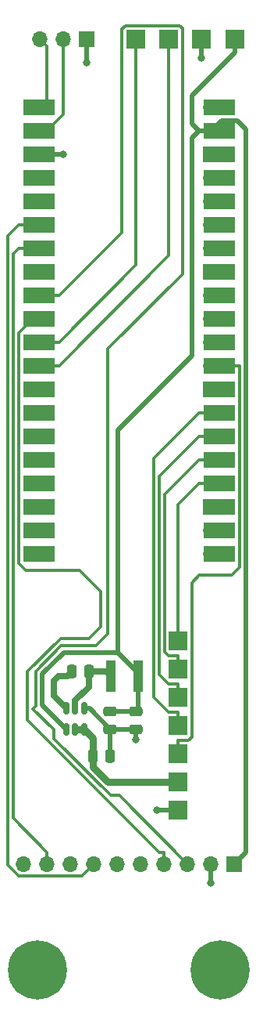
<source format=gbr>
%TF.GenerationSoftware,KiCad,Pcbnew,7.0.8*%
%TF.CreationDate,2024-06-20T15:13:37-04:00*%
%TF.ProjectId,P2,50322e6b-6963-4616-945f-706362585858,rev?*%
%TF.SameCoordinates,Original*%
%TF.FileFunction,Copper,L1,Top*%
%TF.FilePolarity,Positive*%
%FSLAX46Y46*%
G04 Gerber Fmt 4.6, Leading zero omitted, Abs format (unit mm)*
G04 Created by KiCad (PCBNEW 7.0.8) date 2024-06-20 15:13:37*
%MOMM*%
%LPD*%
G01*
G04 APERTURE LIST*
G04 Aperture macros list*
%AMRoundRect*
0 Rectangle with rounded corners*
0 $1 Rounding radius*
0 $2 $3 $4 $5 $6 $7 $8 $9 X,Y pos of 4 corners*
0 Add a 4 corners polygon primitive as box body*
4,1,4,$2,$3,$4,$5,$6,$7,$8,$9,$2,$3,0*
0 Add four circle primitives for the rounded corners*
1,1,$1+$1,$2,$3*
1,1,$1+$1,$4,$5*
1,1,$1+$1,$6,$7*
1,1,$1+$1,$8,$9*
0 Add four rect primitives between the rounded corners*
20,1,$1+$1,$2,$3,$4,$5,0*
20,1,$1+$1,$4,$5,$6,$7,0*
20,1,$1+$1,$6,$7,$8,$9,0*
20,1,$1+$1,$8,$9,$2,$3,0*%
G04 Aperture macros list end*
%TA.AperFunction,ComponentPad*%
%ADD10C,0.800000*%
%TD*%
%TA.AperFunction,ComponentPad*%
%ADD11C,6.400000*%
%TD*%
%TA.AperFunction,ComponentPad*%
%ADD12R,1.700000X1.700000*%
%TD*%
%TA.AperFunction,ComponentPad*%
%ADD13O,1.700000X1.700000*%
%TD*%
%TA.AperFunction,SMDPad,CuDef*%
%ADD14RoundRect,0.110000X-0.440000X-1.590000X0.440000X-1.590000X0.440000X1.590000X-0.440000X1.590000X0*%
%TD*%
%TA.AperFunction,SMDPad,CuDef*%
%ADD15R,3.500000X1.700000*%
%TD*%
%TA.AperFunction,SMDPad,CuDef*%
%ADD16R,2.000000X2.000000*%
%TD*%
%TA.AperFunction,SMDPad,CuDef*%
%ADD17RoundRect,0.250000X-0.250000X-0.475000X0.250000X-0.475000X0.250000X0.475000X-0.250000X0.475000X0*%
%TD*%
%TA.AperFunction,SMDPad,CuDef*%
%ADD18RoundRect,0.150000X0.150000X-0.512500X0.150000X0.512500X-0.150000X0.512500X-0.150000X-0.512500X0*%
%TD*%
%TA.AperFunction,SMDPad,CuDef*%
%ADD19RoundRect,0.250000X-0.475000X0.250000X-0.475000X-0.250000X0.475000X-0.250000X0.475000X0.250000X0*%
%TD*%
%TA.AperFunction,ViaPad*%
%ADD20C,0.800000*%
%TD*%
%TA.AperFunction,Conductor*%
%ADD21C,0.500000*%
%TD*%
%TA.AperFunction,Conductor*%
%ADD22C,0.750000*%
%TD*%
%TA.AperFunction,Conductor*%
%ADD23C,0.300000*%
%TD*%
%TA.AperFunction,Conductor*%
%ADD24C,0.650000*%
%TD*%
G04 APERTURE END LIST*
D10*
%TO.P,H6,1*%
%TO.N,N/C*%
X159766000Y-132982000D03*
X161463056Y-137079056D03*
X161463056Y-133684944D03*
X162166000Y-135382000D03*
D11*
X159766000Y-135382000D03*
D10*
X159766000Y-137782000D03*
X158068944Y-133684944D03*
X158068944Y-137079056D03*
X157366000Y-135382000D03*
%TD*%
%TO.P,H5,1*%
%TO.N,N/C*%
X139954000Y-132982000D03*
X141651056Y-137079056D03*
X141651056Y-133684944D03*
X142354000Y-135382000D03*
D11*
X139954000Y-135382000D03*
D10*
X139954000Y-137782000D03*
X138256944Y-133684944D03*
X138256944Y-137079056D03*
X137554000Y-135382000D03*
%TD*%
D12*
%TO.P,MPU-9250-Breakout1,1,VCC*%
%TO.N,+3V3*%
X161290000Y-123952000D03*
D13*
%TO.P,MPU-9250-Breakout1,2,GND*%
%TO.N,GND*%
X158750000Y-123952000D03*
%TO.P,MPU-9250-Breakout1,3,SCL*%
%TO.N,/SCK*%
X156210000Y-123952000D03*
%TO.P,MPU-9250-Breakout1,4,SDA*%
%TO.N,/MOSI*%
X153670000Y-123952000D03*
%TO.P,MPU-9250-Breakout1,5,EDA*%
%TO.N,unconnected-(MPU-9250-Breakout1-EDA-Pad5)*%
X151130000Y-123952000D03*
%TO.P,MPU-9250-Breakout1,6,ECL*%
%TO.N,unconnected-(MPU-9250-Breakout1-ECL-Pad6)*%
X148590000Y-123952000D03*
%TO.P,MPU-9250-Breakout1,7,ADO*%
%TO.N,/MISO*%
X146050000Y-123952000D03*
%TO.P,MPU-9250-Breakout1,8,INT*%
%TO.N,unconnected-(MPU-9250-Breakout1-INT-Pad8)*%
X143510000Y-123952000D03*
%TO.P,MPU-9250-Breakout1,9,NCS*%
%TO.N,/CS*%
X140970000Y-123952000D03*
%TO.P,MPU-9250-Breakout1,10,FSYNC*%
%TO.N,unconnected-(MPU-9250-Breakout1-FSYNC-Pad10)*%
X138430000Y-123952000D03*
%TD*%
D14*
%TO.P,L1,1,1*%
%TO.N,Net-(Regulator1-SW)*%
X147876000Y-103632000D03*
%TO.P,L1,2,2*%
%TO.N,+3V3*%
X150876000Y-103632000D03*
%TD*%
D13*
%TO.P,U1,1,GPIO0*%
%TO.N,Net-(J1-Pin_3)*%
X140970000Y-42164000D03*
D15*
X140070000Y-42164000D03*
D13*
%TO.P,U1,2,GPIO1*%
%TO.N,Net-(J1-Pin_2)*%
X140970000Y-44704000D03*
D15*
X140070000Y-44704000D03*
D12*
%TO.P,U1,3,GND*%
%TO.N,GND*%
X140970000Y-47244000D03*
D15*
X140070000Y-47244000D03*
D13*
%TO.P,U1,4,GPIO2*%
%TO.N,unconnected-(U1-GPIO2-Pad4)*%
X140970000Y-49784000D03*
D15*
X140070000Y-49784000D03*
D13*
%TO.P,U1,5,GPIO3*%
%TO.N,unconnected-(U1-GPIO3-Pad5)*%
X140970000Y-52324000D03*
D15*
X140070000Y-52324000D03*
D13*
%TO.P,U1,6,GPIO4*%
%TO.N,/MISO*%
X140970000Y-54864000D03*
D15*
X140070000Y-54864000D03*
D13*
%TO.P,U1,7,GPIO5*%
%TO.N,/CS*%
X140970000Y-57404000D03*
D15*
X140070000Y-57404000D03*
D12*
%TO.P,U1,8,GND*%
%TO.N,unconnected-(U1-GND-Pad8)*%
X140970000Y-59944000D03*
D15*
X140070000Y-59944000D03*
D13*
%TO.P,U1,9,GPIO6*%
%TO.N,/SCK*%
X140970000Y-62484000D03*
D15*
X140070000Y-62484000D03*
D13*
%TO.P,U1,10,GPIO7*%
%TO.N,/MOSI*%
X140970000Y-65024000D03*
D15*
X140070000Y-65024000D03*
D13*
%TO.P,U1,11,GPIO8*%
%TO.N,/TX*%
X140970000Y-67564000D03*
D15*
X140070000Y-67564000D03*
D13*
%TO.P,U1,12,GPIO9*%
%TO.N,/RX*%
X140970000Y-70104000D03*
D15*
X140070000Y-70104000D03*
D12*
%TO.P,U1,13,GND*%
%TO.N,unconnected-(U1-GND-Pad13)*%
X140970000Y-72644000D03*
D15*
X140070000Y-72644000D03*
D13*
%TO.P,U1,14,GPIO10*%
%TO.N,unconnected-(U1-GPIO10-Pad14)*%
X140970000Y-75184000D03*
D15*
X140070000Y-75184000D03*
D13*
%TO.P,U1,15,GPIO11*%
%TO.N,unconnected-(U1-GPIO11-Pad15)*%
X140970000Y-77724000D03*
D15*
X140070000Y-77724000D03*
D13*
%TO.P,U1,16,GPIO12*%
%TO.N,unconnected-(U1-GPIO12-Pad16)*%
X140970000Y-80264000D03*
D15*
X140070000Y-80264000D03*
D13*
%TO.P,U1,17,GPIO13*%
%TO.N,unconnected-(U1-GPIO13-Pad17)*%
X140970000Y-82804000D03*
D15*
X140070000Y-82804000D03*
D12*
%TO.P,U1,18,GND*%
%TO.N,unconnected-(U1-GND-Pad18)*%
X140970000Y-85344000D03*
D15*
X140070000Y-85344000D03*
D13*
%TO.P,U1,19,GPIO14*%
%TO.N,unconnected-(U1-GPIO14-Pad19)*%
X140970000Y-87884000D03*
D15*
X140070000Y-87884000D03*
D13*
%TO.P,U1,20,GPIO15*%
%TO.N,unconnected-(U1-GPIO15-Pad20)*%
X140970000Y-90424000D03*
D15*
X140070000Y-90424000D03*
D13*
%TO.P,U1,21,GPIO16*%
%TO.N,unconnected-(U1-GPIO16-Pad21)*%
X158750000Y-90424000D03*
D15*
X159650000Y-90424000D03*
D13*
%TO.P,U1,22,GPIO17*%
%TO.N,unconnected-(U1-GPIO17-Pad22)*%
X158750000Y-87884000D03*
D15*
X159650000Y-87884000D03*
D12*
%TO.P,U1,23,GND*%
%TO.N,unconnected-(U1-GND-Pad23)*%
X158750000Y-85344000D03*
D15*
X159650000Y-85344000D03*
D13*
%TO.P,U1,24,GPIO18*%
%TO.N,/PWM_A*%
X158750000Y-82804000D03*
D15*
X159650000Y-82804000D03*
D13*
%TO.P,U1,25,GPIO19*%
%TO.N,/PWM_B*%
X158750000Y-80264000D03*
D15*
X159650000Y-80264000D03*
D13*
%TO.P,U1,26,GPIO20*%
%TO.N,/PWM_C*%
X158750000Y-77724000D03*
D15*
X159650000Y-77724000D03*
D13*
%TO.P,U1,27,GPIO21*%
%TO.N,/PWM_D*%
X158750000Y-75184000D03*
D15*
X159650000Y-75184000D03*
D12*
%TO.P,U1,28,GND*%
%TO.N,unconnected-(U1-GND-Pad28)*%
X158750000Y-72644000D03*
D15*
X159650000Y-72644000D03*
D13*
%TO.P,U1,29,GPIO22*%
%TO.N,/TE*%
X158750000Y-70104000D03*
D15*
X159650000Y-70104000D03*
D13*
%TO.P,U1,30,RUN*%
%TO.N,unconnected-(U1-RUN-Pad30)*%
X158750000Y-67564000D03*
D15*
X159650000Y-67564000D03*
D13*
%TO.P,U1,31,GPIO26_ADC0*%
%TO.N,unconnected-(U1-GPIO26_ADC0-Pad31)*%
X158750000Y-65024000D03*
D15*
X159650000Y-65024000D03*
D13*
%TO.P,U1,32,GPIO27_ADC1*%
%TO.N,unconnected-(U1-GPIO27_ADC1-Pad32)*%
X158750000Y-62484000D03*
D15*
X159650000Y-62484000D03*
D12*
%TO.P,U1,33,AGND*%
%TO.N,unconnected-(U1-AGND-Pad33)*%
X158750000Y-59944000D03*
D15*
X159650000Y-59944000D03*
D13*
%TO.P,U1,34,GPIO28_ADC2*%
%TO.N,unconnected-(U1-GPIO28_ADC2-Pad34)*%
X158750000Y-57404000D03*
D15*
X159650000Y-57404000D03*
D13*
%TO.P,U1,35,ADC_VREF*%
%TO.N,unconnected-(U1-ADC_VREF-Pad35)*%
X158750000Y-54864000D03*
D15*
X159650000Y-54864000D03*
D13*
%TO.P,U1,36,3V3*%
%TO.N,unconnected-(U1-3V3-Pad36)*%
X158750000Y-52324000D03*
D15*
X159650000Y-52324000D03*
D13*
%TO.P,U1,37,3V3_EN*%
%TO.N,unconnected-(U1-3V3_EN-Pad37)*%
X158750000Y-49784000D03*
D15*
X159650000Y-49784000D03*
D12*
%TO.P,U1,38,GND*%
%TO.N,unconnected-(U1-GND-Pad38)*%
X158750000Y-47244000D03*
D15*
X159650000Y-47244000D03*
D13*
%TO.P,U1,39,VSYS*%
%TO.N,+3V3*%
X158750000Y-44704000D03*
D15*
X159650000Y-44704000D03*
D13*
%TO.P,U1,40,VBUS*%
%TO.N,unconnected-(U1-VBUS-Pad40)*%
X158750000Y-42164000D03*
D15*
X159650000Y-42164000D03*
%TD*%
D16*
%TO.P,ESC1,1,PWM_A*%
%TO.N,/PWM_A*%
X155194000Y-99822000D03*
%TO.P,ESC1,2,PWM_B*%
%TO.N,/PWM_B*%
X155194000Y-102870000D03*
%TO.P,ESC1,3,PWM_C*%
%TO.N,/PWM_C*%
X155194000Y-105918000D03*
%TO.P,ESC1,4,PWM_D*%
%TO.N,/PWM_D*%
X155194000Y-108966000D03*
%TO.P,ESC1,5,BAT+*%
%TO.N,+BATT*%
X155194000Y-115062000D03*
%TO.P,ESC1,6,TE*%
%TO.N,/TE*%
X155194000Y-112014000D03*
%TO.P,ESC1,7,GND*%
%TO.N,GND*%
X155194000Y-118110000D03*
%TD*%
D17*
%TO.P,C3,1*%
%TO.N,Net-(Regulator1-BST)*%
X143604000Y-103124000D03*
%TO.P,C3,2*%
%TO.N,Net-(Regulator1-SW)*%
X145504000Y-103124000D03*
%TD*%
D18*
%TO.P,Regulator1,1,FB*%
%TO.N,+3V3*%
X143068000Y-109341500D03*
%TO.P,Regulator1,2,EN*%
%TO.N,+BATT*%
X144018000Y-109341500D03*
%TO.P,Regulator1,3,IN*%
X144968000Y-109341500D03*
%TO.P,Regulator1,4,GND*%
%TO.N,GND*%
X144968000Y-107066500D03*
%TO.P,Regulator1,5,SW*%
%TO.N,Net-(Regulator1-SW)*%
X144018000Y-107066500D03*
%TO.P,Regulator1,6,BST*%
%TO.N,Net-(Regulator1-BST)*%
X143068000Y-107066500D03*
%TD*%
D17*
%TO.P,C2,1*%
%TO.N,+BATT*%
X145928000Y-112268000D03*
%TO.P,C2,2*%
%TO.N,GND*%
X147828000Y-112268000D03*
%TD*%
D12*
%TO.P,UART0,1,Pin_1*%
%TO.N,GND*%
X145288000Y-34798000D03*
D13*
%TO.P,UART0,2,Pin_2*%
%TO.N,Net-(J1-Pin_2)*%
X142748000Y-34798000D03*
%TO.P,UART0,3,Pin_3*%
%TO.N,Net-(J1-Pin_3)*%
X140208000Y-34798000D03*
%TD*%
D19*
%TO.P,C4,1*%
%TO.N,+3V3*%
X150622000Y-107442000D03*
%TO.P,C4,2*%
%TO.N,GND*%
X150622000Y-109342000D03*
%TD*%
D16*
%TO.P,Radio1,1,VCC*%
%TO.N,+3V3*%
X161360000Y-34798000D03*
%TO.P,Radio1,2,GND*%
%TO.N,GND*%
X157734000Y-34798000D03*
%TO.P,Radio1,3,TX*%
%TO.N,/RX*%
X154178000Y-34798000D03*
%TO.P,Radio1,4,RX*%
%TO.N,/TX*%
X150622000Y-34798000D03*
%TD*%
D19*
%TO.P,C5,1*%
%TO.N,+3V3*%
X147828000Y-107442000D03*
%TO.P,C5,2*%
%TO.N,GND*%
X147828000Y-109342000D03*
%TD*%
D20*
%TO.N,GND*%
X145288000Y-37338000D03*
X157734000Y-36830000D03*
X152908000Y-118110000D03*
X150622000Y-110490000D03*
X142748000Y-47244000D03*
X158750000Y-125984000D03*
%TD*%
D21*
%TO.N,GND*%
X145288000Y-34798000D02*
X145288000Y-37338000D01*
D22*
%TO.N,+BATT*%
X144968000Y-109341500D02*
X144043000Y-109341500D01*
X155194000Y-115062000D02*
X147575782Y-115062000D01*
X145928000Y-113414218D02*
X145928000Y-112268000D01*
X145928000Y-110301500D02*
X144968000Y-109341500D01*
X145928000Y-112268000D02*
X145928000Y-110301500D01*
X147575782Y-115062000D02*
X145928000Y-113414218D01*
D21*
%TO.N,GND*%
X140970000Y-47244000D02*
X142748000Y-47244000D01*
X157734000Y-34798000D02*
X157734000Y-36830000D01*
X145552000Y-107066000D02*
X147828000Y-109342000D01*
X147828000Y-109342000D02*
X150622000Y-109342000D01*
D23*
X144968500Y-107066000D02*
X144968000Y-107066500D01*
D21*
X155194000Y-118110000D02*
X152908000Y-118110000D01*
X150622000Y-109342000D02*
X150622000Y-110490000D01*
X144968000Y-107066000D02*
X144968500Y-107066000D01*
X147828000Y-112268000D02*
X147828000Y-109342000D01*
X158750000Y-123952000D02*
X158750000Y-125984000D01*
X144968500Y-107066000D02*
X145552000Y-107066000D01*
D24*
%TO.N,Net-(Regulator1-BST)*%
X141732000Y-105730500D02*
X141732000Y-104140000D01*
X142240000Y-103632000D02*
X143096000Y-103632000D01*
X143068000Y-107066500D02*
X141732000Y-105730500D01*
X141732000Y-104140000D02*
X142240000Y-103632000D01*
X143096000Y-103632000D02*
X143604000Y-103124000D01*
%TO.N,Net-(Regulator1-SW)*%
X144018000Y-107066500D02*
X144018000Y-106257984D01*
X145504000Y-103124000D02*
X147368000Y-103124000D01*
X147743500Y-103124000D02*
X147876000Y-103256500D01*
X147368000Y-103124000D02*
X147876000Y-103632000D01*
X144018000Y-106257984D02*
X145504000Y-104771984D01*
X145504000Y-104771984D02*
X145504000Y-103124000D01*
D21*
%TO.N,+3V3*%
X159890000Y-43564000D02*
X158750000Y-44704000D01*
X150876000Y-103256500D02*
X148675900Y-101056400D01*
X156718000Y-45434100D02*
X157448100Y-44704000D01*
D23*
X150622000Y-103510500D02*
X150876000Y-103256500D01*
D21*
X161290000Y-123952000D02*
X162551900Y-122690100D01*
X148675900Y-77078100D02*
X156718000Y-69036000D01*
X158750000Y-44704000D02*
X157449600Y-44704000D01*
X148675900Y-101056400D02*
X148675900Y-77078100D01*
X140462000Y-106735500D02*
X140462000Y-103378000D01*
X156718000Y-40891900D02*
X156718000Y-43972400D01*
X161360000Y-34798000D02*
X161360000Y-36249900D01*
X162551900Y-122690100D02*
X162551900Y-44488082D01*
D23*
X150876000Y-107188000D02*
X150622000Y-107442000D01*
D21*
X147828000Y-107442000D02*
X150622000Y-107442000D01*
X162551900Y-44488082D02*
X161627818Y-43564000D01*
X140462000Y-103378000D02*
X142783600Y-101056400D01*
X156718000Y-69036000D02*
X156718000Y-45434100D01*
D23*
X157448100Y-44702500D02*
X157449600Y-44704000D01*
D21*
X143068000Y-109341500D02*
X143068000Y-109286000D01*
X150876000Y-103256500D02*
X150876000Y-107188000D01*
X161627818Y-43564000D02*
X159890000Y-43564000D01*
X143068000Y-109341500D02*
X140462000Y-106735500D01*
X161360000Y-36249900D02*
X156718000Y-40891900D01*
X142783600Y-101056400D02*
X148675900Y-101056400D01*
D23*
X157448100Y-44704000D02*
X157449600Y-44704000D01*
D21*
X156718000Y-43972400D02*
X157448100Y-44702500D01*
D23*
%TO.N,/PWM_A*%
X158750000Y-82804000D02*
X157448100Y-82804000D01*
X155194000Y-85058100D02*
X157448100Y-82804000D01*
X155194000Y-99822000D02*
X155194000Y-85058100D01*
%TO.N,/PWM_B*%
X153742100Y-101009100D02*
X154151100Y-101418100D01*
X157448100Y-80264000D02*
X153742100Y-83970000D01*
X155194000Y-102870000D02*
X155194000Y-101418100D01*
X158750000Y-80264000D02*
X157448100Y-80264000D01*
X154151100Y-101418100D02*
X155194000Y-101418100D01*
X153742100Y-83970000D02*
X153742100Y-101009100D01*
%TO.N,/PWM_C*%
X155194000Y-105918000D02*
X155194000Y-104466100D01*
X153127300Y-103485600D02*
X153127300Y-82044800D01*
X155194000Y-104466100D02*
X154107800Y-104466100D01*
X153127300Y-82044800D02*
X157448100Y-77724000D01*
X154107800Y-104466100D02*
X153127300Y-103485600D01*
X158750000Y-77724000D02*
X157448100Y-77724000D01*
%TO.N,/PWM_D*%
X152525400Y-105931700D02*
X152525400Y-80106700D01*
X158750000Y-75184000D02*
X157448100Y-75184000D01*
X155194000Y-107514100D02*
X154107800Y-107514100D01*
X155194000Y-108966000D02*
X155194000Y-107514100D01*
X152525400Y-80106700D02*
X157448100Y-75184000D01*
X154107800Y-107514100D02*
X152525400Y-105931700D01*
%TO.N,/TE*%
X161850000Y-70156000D02*
X161850000Y-91896000D01*
X156644000Y-110201000D02*
X156282900Y-110562100D01*
X156644000Y-93546000D02*
X156644000Y-110201000D01*
X161850000Y-91896000D02*
X161036000Y-92710000D01*
X158750000Y-70104000D02*
X161798000Y-70104000D01*
X161798000Y-70104000D02*
X161850000Y-70156000D01*
X155194000Y-110562100D02*
X155194000Y-112014000D01*
X157480000Y-92710000D02*
X156644000Y-93546000D01*
X156282900Y-110562100D02*
X155194000Y-110562100D01*
X161798000Y-70104000D02*
X161851900Y-70104000D01*
X161036000Y-92710000D02*
X157480000Y-92710000D01*
%TO.N,/SCK*%
X155650000Y-33622600D02*
X155650000Y-60190400D01*
X149444000Y-33327700D02*
X155355100Y-33327700D01*
X148792000Y-116534000D02*
X156210000Y-123952000D01*
X142271900Y-62484000D02*
X149054400Y-55701500D01*
X147845700Y-116534000D02*
X148792000Y-116534000D01*
X149054400Y-33717300D02*
X149444000Y-33327700D01*
X147574000Y-68266400D02*
X147574000Y-99060000D01*
X146277600Y-100356400D02*
X142493650Y-100356400D01*
X139762000Y-103088050D02*
X139762000Y-106872000D01*
X142493650Y-100356400D02*
X139762000Y-103088050D01*
X139446000Y-107188000D02*
X141668500Y-109410500D01*
X147574000Y-99060000D02*
X146277600Y-100356400D01*
X155650000Y-60190400D02*
X147574000Y-68266400D01*
X140970000Y-62484000D02*
X142271900Y-62484000D01*
X139762000Y-106872000D02*
X139446000Y-107188000D01*
X141668500Y-110356800D02*
X147845700Y-116534000D01*
X141668500Y-109410500D02*
X141668500Y-110356800D01*
X155355100Y-33327700D02*
X155650000Y-33622600D01*
X149054400Y-55701500D02*
X149054400Y-33717300D01*
%TO.N,/MOSI*%
X153100400Y-122650100D02*
X138846000Y-108395700D01*
X145542000Y-99568000D02*
X146812000Y-98298000D01*
X144526000Y-92202000D02*
X138611604Y-92202000D01*
X137870000Y-91460396D02*
X137870000Y-66527604D01*
X153670000Y-122650100D02*
X153100400Y-122650100D01*
X142433522Y-99568000D02*
X145542000Y-99568000D01*
X139373604Y-65024000D02*
X140970000Y-65024000D01*
X138846000Y-108395700D02*
X138846000Y-103155522D01*
X153670000Y-123952000D02*
X153670000Y-122650100D01*
X146812000Y-98298000D02*
X146812000Y-94488000D01*
X138611604Y-92202000D02*
X137870000Y-91460396D01*
X138846000Y-103155522D02*
X142433522Y-99568000D01*
X137870000Y-66527604D02*
X139373604Y-65024000D01*
X146812000Y-94488000D02*
X144526000Y-92202000D01*
%TO.N,/MISO*%
X137868100Y-54864000D02*
X136664300Y-56067800D01*
X136664300Y-124041400D02*
X137878600Y-125255700D01*
X137878600Y-125255700D02*
X144746300Y-125255700D01*
X144746300Y-125255700D02*
X146050000Y-123952000D01*
X140970000Y-54864000D02*
X137868100Y-54864000D01*
X136664300Y-56067800D02*
X136664300Y-124041400D01*
%TO.N,/CS*%
X137868100Y-57404000D02*
X137266200Y-58005900D01*
X137266200Y-118946300D02*
X140970000Y-122650100D01*
X140970000Y-123952000D02*
X140970000Y-122650100D01*
X137266200Y-58005900D02*
X137266200Y-118946300D01*
X140970000Y-57404000D02*
X137868100Y-57404000D01*
%TO.N,/RX*%
X154178000Y-58197900D02*
X142271900Y-70104000D01*
X154178000Y-36249900D02*
X154178000Y-58197900D01*
X140970000Y-70104000D02*
X142271900Y-70104000D01*
X154178000Y-34798000D02*
X154178000Y-36249900D01*
%TO.N,/TX*%
X150622000Y-34798000D02*
X150622000Y-59213900D01*
X150622000Y-59213900D02*
X142271900Y-67564000D01*
X140970000Y-67564000D02*
X142271900Y-67564000D01*
%TO.N,Net-(J1-Pin_2)*%
X142748000Y-42926000D02*
X140970000Y-44704000D01*
X142748000Y-34798000D02*
X142748000Y-42926000D01*
%TO.N,Net-(J1-Pin_3)*%
X140970000Y-35560000D02*
X140970000Y-42164000D01*
X140208000Y-34798000D02*
X140970000Y-35560000D01*
%TD*%
M02*

</source>
